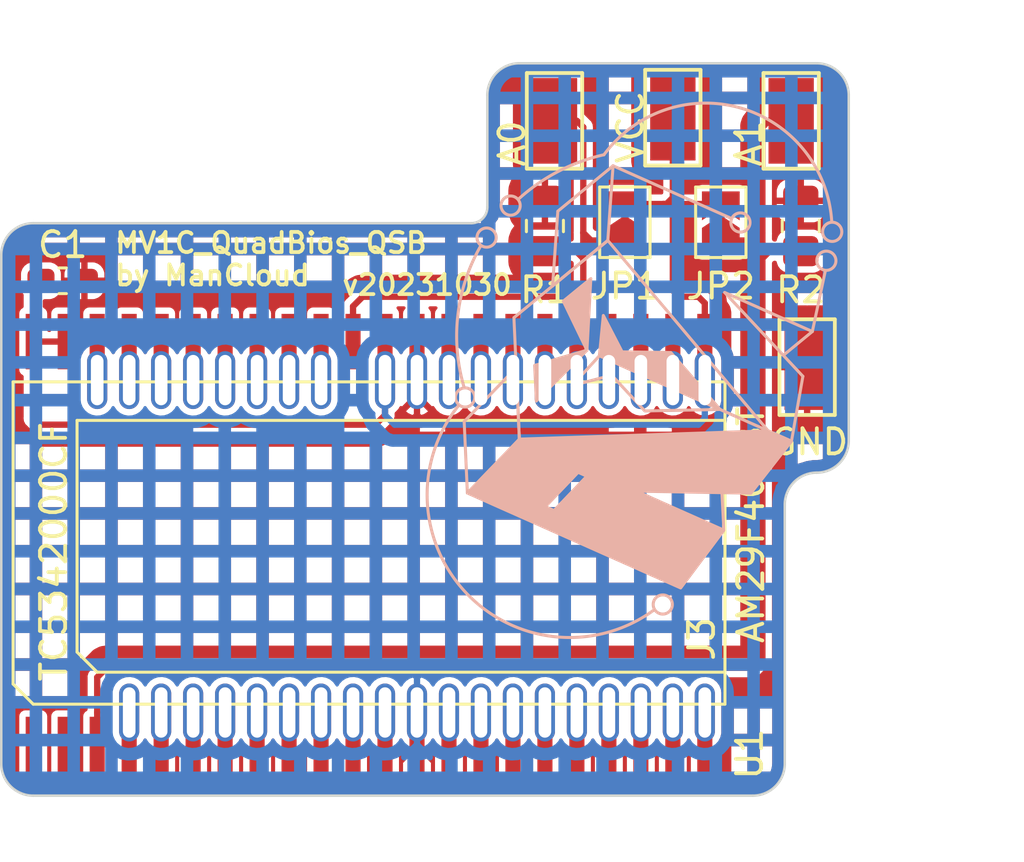
<source format=kicad_pcb>
(kicad_pcb (version 20221018) (generator pcbnew)
  (layers (0 "F.Cu" signal) (31 "B.Cu" signal) (34 "B.Paste" user) (35 "F.Paste" user) (36 "B.SilkS" user "B.Silkscreen") (37 "F.SilkS" user "F.Silkscreen") (38 "B.Mask" user) (39 "F.Mask" user) (44 "Edge.Cuts" user))
  (net 0 "")
  (net 2 "RY{slash}~{BY}")
  (net 3 "A17")
  (net 4 "A7")
  (net 5 "A6")
  (net 6 "A5")
  (net 7 "A4")
  (net 8 "A3")
  (net 9 "A2")
  (net 10 "A1")
  (net 11 "A0")
  (net 12 "~{EN}")
  (net 13 "GND")
  (net 14 "~{OE}")
  (net 15 "Q0")
  (net 16 "Q8")
  (net 17 "Q1")
  (net 18 "Q9")
  (net 19 "Q2")
  (net 20 "Q10")
  (net 21 "Q3")
  (net 22 "Q11")
  (net 23 "VCC")
  (net 24 "Q4")
  (net 25 "Q12")
  (net 26 "Q5")
  (net 27 "Q13")
  (net 28 "Q6")
  (net 29 "Q14")
  (net 30 "Q7")
  (net 31 "Q15")
  (net 32 "A16")
  (net 33 "A15")
  (net 34 "A14")
  (net 35 "A13")
  (net 36 "A12")
  (net 37 "A11")
  (net 38 "A10")
  (net 39 "A9")
  (net 40 "A8")
  (footprint "Jumper:SolderJumper-2_P1.3mm_Open_TrianglePad1.0x1.5mm" (layer "F.Cu") (at 106.595 88.413 90)
    (fp_text reference "JP2" (at -2.54 0 180) (layer "F.SilkS"))
    (fp_text value "0x|~{1x}")
    (fp_line (start -1.4 -1) (end 1.4 -1) (stroke (width 0.12)) (layer "F.SilkS"))
    (fp_line (start -1.4 1) (end -1.4 -1) (stroke (width 0.12)) (layer "F.SilkS"))
    (fp_line (start 1.4 -1) (end 1.4 1) (stroke (width 0.12)) (layer "F.SilkS"))
    (fp_line (start 1.4 1) (end -1.4 1) (stroke (width 0.12)) (layer "F.SilkS"))
    (pad "1" smd custom (at -0.725 0 90) (size 0.3 0.3) (layers "F.Cu" "F.Mask") (net 3 "A17") (options (clearance outline) (anchor rect)) (primitives (gr_poly (pts (xy 1 0) (xy 0.5 0.75) (xy -0.5 0.75) (xy -0.5 -0.75) (xy 0.5 -0.75)) (width 0) (fill yes))))
    (pad "2" smd custom (at 0.725 0 90) (size 0.3 0.3) (layers "F.Cu" "F.Mask") (net 23 "VCC") (options (clearance outline) (anchor rect)) (primitives (gr_poly (pts (xy 0.5 0.75) (xy -0.65 0.75) (xy -0.15 0) (xy -0.65 -0.75) (xy 0.5 -0.75)) (width 0) (fill yes))))
  )
  (footprint "TestPoint:TestPoint_Keystone_5015_Micro-Minature" (layer "F.Cu") (at 109.389 84.386 90)
    (fp_text reference "J2" hide)
    (fp_text value "Conn_01x01")
    (fp_line (start -1.9 -1.1) (end 1.9 -1.1) (stroke (width 0.15)) (layer "F.SilkS"))
    (fp_line (start -1.9 1.1) (end -1.9 -1.1) (stroke (width 0.15)) (layer "F.SilkS"))
    (fp_line (start 1.9 -1.1) (end 1.9 1.1) (stroke (width 0.15)) (layer "F.SilkS"))
    (fp_line (start 1.9 1.1) (end -1.9 1.1) (stroke (width 0.15)) (layer "F.SilkS"))
    (pad "1" smd rect (at 0 0 90) (size 3.4 1.8) (layers "F.Cu" "F.Paste" "F.Mask") (net 3 "A17"))
  )
  (footprint "TestPoint:TestPoint_Keystone_5015_Micro-Minature" (layer "F.Cu") (at 99.991 84.386 90)
    (fp_text reference "J1" hide)
    (fp_text value "Conn_01x01")
    (fp_line (start -1.9 -1.1) (end 1.9 -1.1) (stroke (width 0.15)) (layer "F.SilkS"))
    (fp_line (start -1.9 1.1) (end -1.9 -1.1) (stroke (width 0.15)) (layer "F.SilkS"))
    (fp_line (start 1.9 -1.1) (end 1.9 1.1) (stroke (width 0.15)) (layer "F.SilkS"))
    (fp_line (start 1.9 1.1) (end -1.9 1.1) (stroke (width 0.15)) (layer "F.SilkS"))
    (pad "1" smd rect (at 0 0 90) (size 3.4 1.8) (layers "F.Cu" "F.Paste" "F.Mask") (net 32 "A16"))
  )
  (footprint "TestPoint:TestPoint_Keystone_5015_Micro-Minature" (layer "F.Cu") (at 104.69 84.259 90)
    (fp_text reference "J4" hide)
    (fp_text value "Conn_01x01")
    (fp_line (start -1.9 -1.1) (end 1.9 -1.1) (stroke (width 0.15)) (layer "F.SilkS"))
    (fp_line (start -1.9 1.1) (end -1.9 -1.1) (stroke (width 0.15)) (layer "F.SilkS"))
    (fp_line (start 1.9 -1.1) (end 1.9 1.1) (stroke (width 0.15)) (layer "F.SilkS"))
    (fp_line (start 1.9 1.1) (end -1.9 1.1) (stroke (width 0.15)) (layer "F.SilkS"))
    (pad "1" smd rect (at 0 0 90) (size 3.4 1.8) (layers "F.Cu" "F.Paste" "F.Mask") (net 23 "VCC"))
  )
  (footprint "TestPoint:TestPoint_Keystone_5015_Micro-Minature" (layer "F.Cu") (at 110.024 94.165 90)
    (fp_text reference "J5" hide)
    (fp_text value "Conn_01x01")
    (fp_line (start -1.9 -1.1) (end 1.9 -1.1) (stroke (width 0.15)) (layer "F.SilkS"))
    (fp_line (start -1.9 1.1) (end -1.9 -1.1) (stroke (width 0.15)) (layer "F.SilkS"))
    (fp_line (start 1.9 -1.1) (end 1.9 1.1) (stroke (width 0.15)) (layer "F.SilkS"))
    (fp_line (start 1.9 1.1) (end -1.9 1.1) (stroke (width 0.15)) (layer "F.SilkS"))
    (pad "1" smd rect (at 0 0 90) (size 3.4 1.8) (layers "F.Cu" "F.Paste" "F.Mask") (net 13 "GND"))
  )
  (footprint "Jumper:SolderJumper-2_P1.3mm_Open_TrianglePad1.0x1.5mm" (layer "F.Cu") (at 102.785 88.413 90)
    (fp_text reference "JP1" (at -2.54 0 180) (layer "F.SilkS"))
    (fp_text value "x0|~{x1}")
    (fp_line (start -1.4 -1) (end 1.4 -1) (stroke (width 0.12)) (layer "F.SilkS"))
    (fp_line (start -1.4 1) (end -1.4 -1) (stroke (width 0.12)) (layer "F.SilkS"))
    (fp_line (start 1.4 -1) (end 1.4 1) (stroke (width 0.12)) (layer "F.SilkS"))
    (fp_line (start 1.4 1) (end -1.4 1) (stroke (width 0.12)) (layer "F.SilkS"))
    (pad "1" smd custom (at -0.725 0 90) (size 0.3 0.3) (layers "F.Cu" "F.Mask") (net 32 "A16") (options (clearance outline) (anchor rect)) (primitives (gr_poly (pts (xy 1 0) (xy 0.5 0.75) (xy -0.5 0.75) (xy -0.5 -0.75) (xy 0.5 -0.75)) (width 0) (fill yes))))
    (pad "2" smd custom (at 0.725 0 90) (size 0.3 0.3) (layers "F.Cu" "F.Mask") (net 23 "VCC") (options (clearance outline) (anchor rect)) (primitives (gr_poly (pts (xy 0.5 0.75) (xy -0.65 0.75) (xy -0.15 0) (xy -0.65 -0.75) (xy 0.5 -0.75)) (width 0) (fill yes))))
  )
  (footprint "Eigene:TSOP-40_26.0x10.0mm_P1.27mm_JIG" (layer "F.Cu") (at 93.895 101.281)
    (fp_text reference "J3" (at 11.938 3.679 -90) (layer "F.SilkS"))
    (fp_text value "TC5342000CF")
    (fp_line (start -12.865 -5) (end 12.865 -5) (stroke (width 0.12)) (layer "F.SilkS"))
    (fp_line (start -12.865 4.2) (end -12.865 -5) (stroke (width 0.12)) (layer "F.SilkS"))
    (fp_line (start -12.065 5) (end -12.865 4.2) (stroke (width 0.12)) (layer "F.SilkS"))
    (fp_line (start 12.865 -5) (end 12.865 5) (stroke (width 0.12)) (layer "F.SilkS"))
    (fp_line (start 12.865 5) (end -12.065 5) (stroke (width 0.12)) (layer "F.SilkS"))
    (pad "2" thru_hole oval (at -10.795 6.6) (size 0.8 2.3) (drill oval 0.5 2) (layers "*.Cu" "*.Mask") (net 4 "A7"))
    (pad "3" thru_hole oval (at -9.525 6.6) (size 0.8 2.3) (drill oval 0.5 2) (layers "*.Cu" "*.Mask") (net 5 "A6"))
    (pad "4" thru_hole oval (at -8.255 6.6) (size 0.8 2.3) (drill oval 0.5 2) (layers "*.Cu" "*.Mask") (net 6 "A5"))
    (pad "5" thru_hole oval (at -6.985 6.6) (size 0.8 2.3) (drill oval 0.5 2) (layers "*.Cu" "*.Mask") (net 7 "A4"))
    (pad "6" thru_hole oval (at -5.715 6.6) (size 0.8 2.3) (drill oval 0.5 2) (layers "*.Cu" "*.Mask") (net 8 "A3"))
    (pad "7" thru_hole oval (at -4.445 6.6) (size 0.8 2.3) (drill oval 0.5 2) (layers "*.Cu" "*.Mask") (net 9 "A2"))
    (pad "8" thru_hole oval (at -3.175 6.6) (size 0.8 2.3) (drill oval 0.5 2) (layers "*.Cu" "*.Mask") (net 10 "A1"))
    (pad "9" thru_hole oval (at -1.905 6.6) (size 0.8 2.3) (drill oval 0.5 2) (layers "*.Cu" "*.Mask") (net 11 "A0"))
    (pad "10" thru_hole oval (at -0.635 6.6) (size 0.8 2.3) (drill oval 0.5 2) (layers "*.Cu" "*.Mask") (net 12 "~{EN}"))
    (pad "11" thru_hole oval (at 0.635 6.6) (size 0.8 2.3) (drill oval 0.5 2) (layers "*.Cu" "*.Mask") (net 13 "GND"))
    (pad "12" thru_hole oval (at 1.905 6.6) (size 0.8 2.3) (drill oval 0.5 2) (layers "*.Cu" "*.Mask") (net 14 "~{OE}"))
    (pad "13" thru_hole oval (at 3.175 6.6) (size 0.8 2.3) (drill oval 0.5 2) (layers "*.Cu" "*.Mask") (net 15 "Q0"))
    (pad "14" thru_hole oval (at 4.445 6.6) (size 0.8 2.3) (drill oval 0.5 2) (layers "*.Cu" "*.Mask") (net 16 "Q8"))
    (pad "15" thru_hole oval (at 5.715 6.6) (size 0.8 2.3) (drill oval 0.5 2) (layers "*.Cu" "*.Mask") (net 17 "Q1"))
    (pad "16" thru_hole oval (at 6.985 6.6) (size 0.8 2.3) (drill oval 0.5 2) (layers "*.Cu" "*.Mask") (net 18 "Q9"))
    (pad "17" thru_hole oval (at 8.255 6.6) (size 0.8 2.3) (drill oval 0.5 2) (layers "*.Cu" "*.Mask") (net 19 "Q2"))
    (pad "18" thru_hole oval (at 9.525 6.6) (size 0.8 2.3) (drill oval 0.5 2) (layers "*.Cu" "*.Mask") (net 20 "Q10"))
    (pad "19" thru_hole oval (at 10.795 6.6) (size 0.8 2.3) (drill oval 0.5 2) (layers "*.Cu" "*.Mask") (net 21 "Q3"))
    (pad "20" thru_hole oval (at 12.065 6.6) (size 0.8 2.3) (drill oval 0.5 2) (layers "*.Cu" "*.Mask") (net 22 "Q11"))
    (pad "21" thru_hole oval (at 12.065 -6.6) (size 0.8 2.3) (drill oval 0.5 2) (layers "*.Cu" "*.Mask") (net 23 "VCC"))
    (pad "22" thru_hole oval (at 10.795 -6.6) (size 0.8 2.3) (drill oval 0.5 2) (layers "*.Cu" "*.Mask") (net 24 "Q4"))
    (pad "23" thru_hole oval (at 9.525 -6.6) (size 0.8 2.3) (drill oval 0.5 2) (layers "*.Cu" "*.Mask") (net 25 "Q12"))
    (pad "24" thru_hole oval (at 8.255 -6.6) (size 0.8 2.3) (drill oval 0.5 2) (layers "*.Cu" "*.Mask") (net 26 "Q5"))
    (pad "25" thru_hole oval (at 6.985 -6.6) (size 0.8 2.3) (drill oval 0.5 2) (layers "*.Cu" "*.Mask") (net 27 "Q13"))
    (pad "26" thru_hole oval (at 5.715 -6.6) (size 0.8 2.3) (drill oval 0.5 2) (layers "*.Cu" "*.Mask") (net 28 "Q6"))
    (pad "27" thru_hole oval (at 4.445 -6.6) (size 0.8 2.3) (drill oval 0.5 2) (layers "*.Cu" "*.Mask") (net 29 "Q14"))
    (pad "28" thru_hole oval (at 3.175 -6.6) (size 0.8 2.3) (drill oval 0.5 2) (layers "*.Cu" "*.Mask") (net 30 "Q7"))
    (pad "29" thru_hole oval (at 1.905 -6.6) (size 0.8 2.3) (drill oval 0.5 2) (layers "*.Cu" "*.Mask") (net 31 "Q15"))
    (pad "30" thru_hole oval (at 0.635 -6.6) (size 0.8 2.3) (drill oval 0.5 2) (layers "*.Cu" "*.Mask") (net 13 "GND"))
    (pad "31" thru_hole oval (at -0.635 -6.6) (size 0.8 2.3) (drill oval 0.5 2) (layers "*.Cu" "*.Mask") (net 23 "VCC"))
    (pad "33" thru_hole oval (at -3.175 -6.6) (size 0.8 2.3) (drill oval 0.5 2) (layers "*.Cu" "*.Mask") (net 33 "A15"))
    (pad "34" thru_hole oval (at -4.445 -6.6) (size 0.8 2.3) (drill oval 0.5 2) (layers "*.Cu" "*.Mask") (net 34 "A14"))
    (pad "35" thru_hole oval (at -5.715 -6.6) (size 0.8 2.3) (drill oval 0.5 2) (layers "*.Cu" "*.Mask") (net 35 "A13"))
    (pad "36" thru_hole oval (at -6.985 -6.6) (size 0.8 2.3) (drill oval 0.5 2) (layers "*.Cu" "*.Mask") (net 36 "A12"))
    (pad "37" thru_hole oval (at -8.255 -6.6) (size 0.8 2.3) (drill oval 0.5 2) (layers "*.Cu" "*.Mask") (net 37 "A11"))
    (pad "38" thru_hole oval (at -9.525 -6.6) (size 0.8 2.3) (drill oval 0.5 2) (layers "*.Cu" "*.Mask") (net 38 "A10"))
    (pad "39" thru_hole oval (at -10.795 -6.6) (size 0.8 2.3) (drill oval 0.5 2) (layers "*.Cu" "*.Mask") (net 39 "A9"))
    (pad "40" thru_hole oval (at -12.065 -6.6) (size 0.8 2.3) (drill oval 0.5 2) (layers "*.Cu" "*.Mask") (net 40 "A8"))
  )
  (footprint "Resistor_SMD:R_0805_2012Metric_Pad1.20x1.40mm_HandSolder" (layer "F.Cu") (at 109.77 88.561 90)
    (fp_text reference "R2" (at -2.54 0 180) (layer "F.SilkS"))
    (fp_text value "10k")
    (fp_line (start -0.227064 -0.735) (end 0.227064 -0.735) (stroke (width 0.12)) (layer "F.SilkS"))
    (fp_line (start -0.227064 0.735) (end 0.227064 0.735) (stroke (width 0.12)) (layer "F.SilkS"))
    (pad "1" smd roundrect (at -1 0 90) (size 1.2 1.4) (layers "F.Cu" "F.Paste" "F.Mask") (roundrect_rratio 0.2083333333) (net 3 "A17"))
    (pad "2" smd roundrect (at 1 0 90) (size 1.2 1.4) (layers "F.Cu" "F.Paste" "F.Mask") (roundrect_rratio 0.2083333333) (net 13 "GND"))
  )
  (footprint "Resistor_SMD:R_0805_2012Metric_Pad1.20x1.40mm_HandSolder" (layer "F.Cu") (at 99.61 88.561 90)
    (fp_text reference "R1" (at -2.54 0 180) (layer "F.SilkS"))
    (fp_text value "10k")
    (fp_line (start -0.227064 -0.735) (end 0.227064 -0.735) (stroke (width 0.12)) (layer "F.SilkS"))
    (fp_line (start -0.227064 0.735) (end 0.227064 0.735) (stroke (width 0.12)) (layer "F.SilkS"))
    (pad "1" smd roundrect (at -1 0 90) (size 1.2 1.4) (layers "F.Cu" "F.Paste" "F.Mask") (roundrect_rratio 0.2083333333) (net 32 "A16"))
    (pad "2" smd roundrect (at 1 0 90) (size 1.2 1.4) (layers "F.Cu" "F.Paste" "F.Mask") (roundrect_rratio 0.2083333333) (net 13 "GND"))
  )
  (footprint "Capacitor_SMD:C_0603_1608Metric_Pad1.08x0.95mm_HandSolder" (layer "F.Cu") (at 80.4595 90.736)
    (fp_text reference "C1" (at 0 -1.43) (layer "F.SilkS"))
    (fp_text value "0.1u")
    (fp_line (start -0.146267 -0.51) (end 0.146267 -0.51) (stroke (width 0.12)) (layer "F.SilkS"))
    (fp_line (start -0.146267 0.51) (end 0.146267 0.51) (stroke (width 0.12)) (layer "F.SilkS"))
    (pad "1" smd roundrect (at -0.8625 0) (size 1.075 0.95) (layers "F.Cu" "F.Paste" "F.Mask") (net 23 "VCC"))
    (pad "2" smd roundrect (at 0.8625 0) (size 1.075 0.95) (layers "F.Cu" "F.Paste" "F.Mask") (net 13 "GND"))
  )
  (footprint "Eigene:SO-44_P1.27" (layer "F.Cu") (at 92.588 101.072)
    (fp_text reference "U1" (at 15.15 8.46 90 unlocked) (layer "F.SilkS"))
    (fp_text value "AM29F400BT")
    (fp_line (start -14.098 -6.321) (end 14.172 -6.321) (stroke (width 0.12)) (layer "F.SilkS"))
    (fp_line (start -14.098 5.679) (end -14.098 -6.321) (stroke (width 0.12)) (layer "F.SilkS"))
    (fp_line (start -13.298 6.479) (end -14.098 5.679) (stroke (width 0.12)) (layer "F.SilkS"))
    (fp_line (start 14.172 -6.321) (end 14.172 6.479) (stroke (width 0.12)) (layer "F.SilkS"))
    (fp_line (start 14.172 6.479) (end -13.298 6.479) (stroke (width 0.12)) (layer "F.SilkS"))
    (pad "1" smd rect (at -13.298 8.079) (size 0.6 2.2) (layers "F.Cu" "F.Paste" "F.Mask"))
    (pad "2" smd rect (at -12.028 8.079) (size 0.6 2.2) (layers "F.Cu" "F.Paste" "F.Mask") (net 2 "RY{slash}~{BY}"))
    (pad "3" smd rect (at -10.758 8.079) (size 0.6 2.2) (layers "F.Cu" "F.Paste" "F.Mask") (net 3 "A17"))
    (pad "4" smd rect (at -9.488 8.079) (size 0.6 2.2) (layers "F.Cu" "F.Paste" "F.Mask") (net 4 "A7"))
    (pad "5" smd rect (at -8.218 8.079) (size 0.6 2.2) (layers "F.Cu" "F.Paste" "F.Mask") (net 5 "A6"))
    (pad "6" smd rect (at -6.948 8.079) (size 0.6 2.2) (layers "F.Cu" "F.Paste" "F.Mask") (net 6 "A5"))
    (pad "7" smd rect (at -5.678 8.079) (size 0.6 2.2) (layers "F.Cu" "F.Paste" "F.Mask") (net 7 "A4"))
    (pad "8" smd rect (at -4.408 8.079) (size 0.6 2.2) (layers "F.Cu" "F.Paste" "F.Mask") (net 8 "A3"))
    (pad "9" smd rect (at -3.138 8.079) (size 0.6 2.2) (layers "F.Cu" "F.Paste" "F.Mask") (net 9 "A2"))
    (pad "10" smd rect (at -1.868 8.079) (size 0.6 2.2) (layers "F.Cu" "F.Paste" "F.Mask") (net 10 "A1"))
    (pad "11" smd rect (at -0.598 8.079) (size 0.6 2.2) (layers "F.Cu" "F.Paste" "F.Mask") (net 11 "A0"))
    (pad "12" smd rect (at 0.672 8.079) (size 0.6 2.2) (layers "F.Cu" "F.Paste" "F.Mask") (net 12 "~{EN}"))
    (pad "13" smd rect (at 1.942 8.079) (size 0.6 2.2) (layers "F.Cu" "F.Paste" "F.Mask") (net 13 "GND"))
    (pad "14" smd rect (at 3.212 8.079) (size 0.6 2.2) (layers "F.Cu" "F.Paste" "F.Mask") (net 14 "~{OE}"))
    (pad "15" smd rect (at 4.482 8.079) (size 0.6 2.2) (layers "F.Cu" "F.Paste" "F.Mask") (net 15 "Q0"))
    (pad "16" smd rect (at 5.752 8.079) (size 0.6 2.2) (layers "F.Cu" "F.Paste" "F.Mask") (net 16 "Q8"))
    (pad "17" smd rect (at 7.022 8.079) (size 0.6 2.2) (layers "F.Cu" "F.Paste" "F.Mask") (net 17 "Q1"))
    (pad "18" smd rect (at 8.292 8.079) (size 0.6 2.2) (layers "F.Cu" "F.Paste" "F.Mask") (net 18 "Q9"))
    (pad "19" smd rect (at 9.562 8.079) (size 0.6 2.2) (layers "F.Cu" "F.Paste" "F.Mask") (net 19 "Q2"))
    (pad "20" smd rect (at 10.832 8.079) (size 0.6 2.2) (layers "F.Cu" "F.Paste" "F.Mask") (net 20 "Q10"))
    (pad "21" smd rect (at 12.102 8.079) (size 0.6 2.2) (layers "F.Cu" "F.Paste" "F.Mask") (net 21 "Q3"))
    (pad "22" smd rect (at 13.372 8.079) (size 0.6 2.2) (layers "F.Cu" "F.Paste" "F.Mask") (net 22 "Q11"))
    (pad "23" smd rect (at 13.372 -7.921) (size 0.6 2.2) (layers "F.Cu" "F.Paste" "F.Mask") (net 23 "VCC"))
    (pad "24" smd rect (at 12.102 -7.921) (size 0.6 2.2) (layers "F.Cu" "F.Paste" "F.Mask") (net 24 "Q4"))
    (pad "25" smd rect (at 10.832 -7.921) (size 0.6 2.2) (layers "F.Cu" "F.Paste" "F.Mask") (net 25 "Q12"))
    (pad "26" smd rect (at 9.562 -7.921) (size 0.6 2.2) (layers "F.Cu" "F.Paste" "F.Mask") (net 26 "Q5"))
    (pad "27" smd rect (at 8.292 -7.921) (size 0.6 2.2) (layers "F.Cu" "F.Paste" "F.Mask") (net 27 "Q13"))
    (pad "28" smd rect (at 7.022 -7.921) (size 0.6 2.2) (layers "F.Cu" "F.Paste" "F.Mask") (net 28 "Q6"))
    (pad "29" smd rect (at 5.752 -7.921) (size 0.6 2.2) (layers "F.Cu" "F.Paste" "F.Mask") (net 29 "Q14"))
    (pad "30" smd rect (at 4.482 -7.921) (size 0.6 2.2) (layers "F.Cu" "F.Paste" "F.Mask") (net 30 "Q7"))
    (pad "31" smd rect (at 3.212 -7.921) (size 0.6 2.2) (layers "F.Cu" "F.Paste" "F.Mask") (net 31 "Q15"))
    (pad "32" smd rect (at 1.942 -7.921) (size 0.6 2.2) (layers "F.Cu" "F.Paste" "F.Mask") (net 13 "GND"))
    (pad "33" smd rect (at 0.672 -7.921) (size 0.6 2.2) (layers "F.Cu" "F.Paste" "F.Mask") (net 23 "VCC"))
    (pad "34" smd rect (at -0.598 -7.921) (size 0.6 2.2) (layers "F.Cu" "F.Paste" "F.Mask") (net 32 "A16"))
    (pad "35" smd rect (at -1.868 -7.921) (size 0.6 2.2) (layers "F.Cu" "F.Paste" "F.Mask") (net 33 "A15"))
    (pad "36" smd rect (at -3.138 -7.921) (size 0.6 2.2) (layers "F.Cu" "F.Paste" "F.Mask") (net 34 "A14"))
    (pad "37" smd rect (at -4.408 -7.921) (size 0.6 2.2) (layers "F.Cu" "F.Paste" "F.Mask") (net 35 "A13"))
    (pad "38" smd rect (at -5.678 -7.921) (size 0.6 2.2) (layers "F.Cu" "F.Paste" "F.Mask") (net 36 "A12"))
    (pad "39" smd rect (at -6.948 -7.921) (size 0.6 2.2) (layers "F.Cu" "F.Paste" "F.Mask") (net 37 "A11"))
    (pad "40" smd rect (at -8.218 -7.921) (size 0.6 2.2) (layers "F.Cu" "F.Paste" "F.Mask") (net 38 "A10"))
    (pad "41" smd rect (at -9.488 -7.921) (size 0.6 2.2) (layers "F.Cu" "F.Paste" "F.Mask") (net 39 "A9"))
    (pad "42" smd rect (at -10.758 -7.921) (size 0.6 2.2) (layers "F.Cu" "F.Paste" "F.Mask") (net 40 "A8"))
    (pad "43" smd rect (at -12.028 -7.921) (size 0.6 2.2) (layers "F.Cu" "F.Paste" "F.Mask") (net 23 "VCC"))
    (pad "44" smd rect (at -13.298 -7.921) (size 0.6 2.2) (layers "F.Cu" "F.Paste" "F.Mask") (net 23 "VCC"))
  )
  (footprint "Eigene:ManCloud_v2b_22mm" (layer "B.Cu") (at 102.440027 94.009978 -114)
    (fp_text reference "U2" hide)
    (fp_text value "by ManCloud")
    (fp_line (start -7.112 -1.778) (end -7.112 3.302) (stroke (width 0.12)) (layer "B.SilkS"))
    (fp_line (start -7.112 3.302) (end -4.572 4.572) (stroke (width 0.12)) (layer "B.SilkS"))
    (fp_line (start -7.112 3.302) (end -4.318 2.286) (stroke (width 0.12)) (layer "B.SilkS"))
    (fp_line (start -4.572 4.572) (end -1.778 3.556) (stroke (width 0.12)) (layer "B.SilkS"))
    (fp_line (start -4.318 -6.604) (end -6.731 -6.096) (stroke (width 0.12)) (layer "B.SilkS"))
    (fp_line (start -4.318 -6.604) (end -2.9972 -5.9436) (stroke (width 0.12)) (layer "B.SilkS"))
    (fp_line (start -4.318 -2.794) (end -4.318 -6.604) (stroke (width 0.12)) (layer "B.SilkS"))
    (fp_line (start -4.318 2.286) (end -1.778 3.556) (stroke (width 0.12)) (layer "B.SilkS"))
    (fp_line (start -4.318 2.286) (end 0 4.445) (stroke (width 0.12)) (layer "B.SilkS"))
    (fp_line (start -2.54 -6.985) (end -4.318 -2.794) (stroke (width 0.12)) (layer "B.SilkS"))
    (fp_line (start -2.54 -6.985) (end 0 -7.62) (stroke (width 0.12)) (layer "B.SilkS"))
    (fp_line (start 0 -7.62) (end 0 -6.604) (stroke (width 0.12)) (layer "B.SilkS"))
    (fp_line (start 0 -6.604) (end -4.318 2.286) (stroke (width 0.12)) (layer "B.SilkS"))
    (fp_line (start 0 -0.127) (end 0 -6.604) (stroke (width 0.12)) (layer "B.SilkS"))
    (fp_line (start 4.318 -6.604) (end 3.0226 -5.9436) (stroke (width 0.12)) (layer "B.SilkS"))
    (fp_line (start 4.318 2.286) (end 0 4.445) (stroke (width 0.12)) (layer "B.SilkS"))
    (fp_line (start 4.318 2.286) (end 1.778 3.556) (stroke (width 0.12)) (layer "B.SilkS"))
    (fp_line (start 4.572 4.572) (end 1.778 3.556) (stroke (width 0.12)) (layer "B.SilkS"))
    (fp_line (start 7.112 3.302) (end 4.572 4.572) (stroke (width 0.12)) (layer "B.SilkS"))
    (fp_arc (start -7.366 3.81) (mid -11.272436 -0.426311) (end -8.6106 -5.5372) (stroke (width 0.12)) (layer "B.SilkS"))
    (fp_arc (start -4.3688 6.1976) (mid -6.022479 5.198474) (end -7.366 3.81) (stroke (width 0.12)) (layer "B.SilkS"))
    (fp_arc (start 3.3274 5.1308) (mid 0.794896 6.526013) (end -2.0828 6.8072) (stroke (width 0.12)) (layer "B.SilkS"))
    (fp_arc (start 8.382 -5.334) (mid 10.754976 1.735924) (end 4.064 5.0292) (stroke (width 0.12)) (layer "B.SilkS"))
    (fp_circle (center -8.255 -5.715) (end -8.255 -6.096) (stroke (width 0.12)) (fill none) (layer "B.SilkS"))
    (fp_circle (center -7.112 -5.969) (end -7.112 -6.35) (stroke (width 0.12)) (fill none) (layer "B.SilkS"))
    (fp_circle (center -7.112 -2.2352) (end -7.112 -2.6162) (stroke (width 0.12)) (fill none) (layer "B.SilkS"))
    (fp_circle (center -4.0132 6.3754) (end -4.0132 5.9944) (stroke (width 0.12)) (fill none) (layer "B.SilkS"))
    (fp_circle (center -2.4638 6.731) (end -2.4638 6.35) (stroke (width 0.12)) (fill none) (layer "B.SilkS"))
    (fp_circle (center 3.683 4.9276) (end 3.683 4.5466) (stroke (width 0.12)) (fill none) (layer "B.SilkS"))
    (fp_circle (center 8.001 -5.588) (end 8.001 -5.969) (stroke (width 0.12)) (fill none) (layer "B.SilkS"))
    (fp_poly (pts (xy -2.658208 2.286) (xy 0 1.27) (xy -1.397 2.921)) (stroke (width 0.12)) (fill solid) (layer "B.SilkS"))
    (fp_poly (pts (xy 2.658208 2.286) (xy 0 1.27) (xy 1.397 2.921)) (stroke (width 0.12)) (fill solid) (layer "B.SilkS"))
    (fp_poly (pts (xy -0.508 -0.032845) (xy -1.27 -1.810845) (xy 0 -4.515945) (xy 0 0.729155) (xy -1.524 1.237155)) (stroke (width 0.12)) (fill solid) (layer "B.SilkS"))
    (fp_poly (pts (xy 0.508 -0.032845) (xy 1.27 -1.810845) (xy 0 -4.515945) (xy 0 0.729155) (xy 1.524 1.237155)) (stroke (width 0.12)) (fill none) (layer "B.SilkS"))
    (fp_poly (pts (xy 7.112 -1.27) (xy 6.35 -0.127) (xy 6.35 0.254) (xy 4.572 -0.381) (xy 4.572 -0.762) (xy 6.35 -0.127) (xy 7.112 -1.27) (xy 7.112 -5.969) (xy 4.318 -6.604) (xy 4.318 -2.794) (xy 2.54 -6.985) (xy 0 -7.62) (xy 0 -6.604) (xy 4.318 2.286) (xy 7.112 3.302)) (stroke (width 0.12)) (fill solid) (layer "B.SilkS"))
  )
  (gr_line (start 111.675 97.086) (end 111.675 83.37) (stroke (width 0.1)) (layer "Edge.Cuts"))
  (gr_arc (start 111.675 97.086) (mid 111.303026 97.984026) (end 110.405 98.356) (stroke (width 0.1)) (layer "Edge.Cuts"))
  (gr_line (start 79.29 111.183) (end 107.865 111.183) (stroke (width 0.1)) (layer "Edge.Cuts"))
  (gr_arc (start 97.324 83.37) (mid 97.695974 82.471974) (end 98.594 82.1) (stroke (width 0.1)) (layer "Edge.Cuts"))
  (gr_line (start 97.324 83.37) (end 97.324 87.815) (stroke (width 0.1)) (layer "Edge.Cuts"))
  (gr_arc (start 79.29 111.183) (mid 78.391974 110.811026) (end 78.02 109.913) (stroke (width 0.1)) (layer "Edge.Cuts"))
  (gr_arc (start 109.135 99.626) (mid 109.506974 98.727974) (end 110.405 98.356) (stroke (width 0.1)) (layer "Edge.Cuts"))
  (gr_arc (start 109.135 109.913) (mid 108.763026 110.811026) (end 107.865 111.183) (stroke (width 0.1)) (layer "Edge.Cuts"))
  (gr_arc (start 110.405 82.1) (mid 111.303026 82.471974) (end 111.675 83.37) (stroke (width 0.1)) (layer "Edge.Cuts"))
  (gr_line (start 78.02 109.913) (end 78.02 89.72) (stroke (width 0.1)) (layer "Edge.Cuts"))
  (gr_line (start 96.689 88.45) (end 79.29 88.45) (stroke (width 0.1)) (layer "Edge.Cuts"))
  (gr_arc (start 97.324 87.815) (mid 97.138013 88.264013) (end 96.689 88.45) (stroke (width 0.1)) (layer "Edge.Cuts"))
  (gr_line (start 109.135 99.626) (end 109.135 109.913) (stroke (width 0.1)) (layer "Edge.Cuts"))
  (gr_line (start 110.405 82.1) (end 98.594 82.1) (stroke (width 0.1)) (layer "Edge.Cuts"))
  (gr_line (start 111.675 88.45) (end 111.675 88.45) (stroke (width 0.1)) (layer "Edge.Cuts"))
  (gr_arc (start 78.02 89.72) (mid 78.391974 88.821974) (end 79.29 88.45) (stroke (width 0.1)) (layer "Edge.Cuts"))
  (gr_text "A1" (at 108.289 86.286 90) (layer "F.SilkS") (effects (font (size 1 1)) (justify left bottom)))
  (gr_text "AM29F400BT" (at 108.373 105.214 90) (layer "F.SilkS") (effects (font (size 1 1)) (justify left bottom)))
  (gr_text "v20231030" (at 91.482 91.371) (layer "F.SilkS") (effects (font (size 0.8 0.8)) (justify left bottom)))
  (gr_text "VCC" (at 103.59 86.159 90) (layer "F.SilkS") (effects (font (size 1 1)) (justify left bottom)))
  (gr_text "A0" (at 98.891 86.286 90) (layer "F.SilkS") (effects (font (size 1 1)) (justify left bottom)))
  (gr_text "GND" (at 108.5 97.721) (layer "F.SilkS") (effects (font (size 1 1)) (justify left bottom)))
  (gr_text "MV1C_QuadBios_QSB\nby ManCloud" (at 82.465 90.99) (layer "F.SilkS") (effects (font (size 0.8 0.8)) (justify left bottom)))
  (gr_text "TC5342000CF" (at 80.687 106.738 90) (layer "F.SilkS") (effects (font (size 1 1)) (justify left bottom)))
  (segment (start 108.246 105.722) (end 108.246 89.847) (width 0.25) (layer "F.Cu") (net 3))
  (segment (start 81.83 107.881) (end 81.83 109.151) (width 0.25) (layer "F.Cu") (net 3))
  (segment (start 107.9815 89.138) (end 107.9815 89.0955) (width 0.25) (layer "F.Cu") (net 3))
  (segment (start 109.389 84.386) (end 108.5 84.386) (width 0.25) (layer "F.Cu") (net 3))
  (segment (start 108.246 89.847) (end 108.246 89.593) (width 0.25) (layer "F.Cu") (net 3))
  (segment (start 82.211 106.103) (end 107.865 106.103) (width 0.25) (layer "F.Cu") (net 3))
  (segment (start 109.77 89.561) (end 108.595 89.561) (width 0.25) (layer "F.Cu") (net 3))
  (segment (start 108.246 89.2755) (end 108.246 89.212) (width 0.25) (layer "F.Cu") (net 3))
  (segment (start 108.246 89.593) (end 108.246 89.212) (width 0.25) (layer "F.Cu") (net 3))
  (segment (start 108.595 89.561) (end 108.5315 89.561) (width 0.25) (layer "F.Cu") (net 3))
  (segment (start 107.9815 89.138) (end 108.246 89.4025) (width 0.25) (layer "F.Cu") (net 3))
  (segment (start 108.246 89.212) (end 108.246 88.831) (width 0.25) (layer "F.Cu") (net 3))
  (segment (start 108.5315 89.561) (end 108.246 89.2755) (width 0.25) (layer "F.Cu") (net 3))
  (segment (start 107.865 106.103) (end 108.246 105.722) (width 0.25) (layer "F.Cu") (net 3))
  (segment (start 108.5 84.386) (end 108.246 84.64) (width 0.25) (layer "F.Cu") (net 3))
  (segment (start 108.595 89.561) (end 108.532 89.561) (width 0.25) (layer "F.Cu") (net 3))
  (segment (start 81.83 106.484) (end 82.211 106.103) (width 0.25) (layer "F.Cu") (net 3))
  (segment (start 108.246 84.64) (end 108.246 88.831) (width 0.25) (layer "F.Cu") (net 3))
  (segment (start 106.595 89.138) (end 107.9815 89.138) (width 0.25) (layer "F.Cu") (net 3))
  (segment (start 107.9815 89.0955) (end 108.246 88.831) (width 0.25) (layer "F.Cu") (net 3))
  (segment (start 81.83 107.881) (end 81.83 106.484) (width 0.25) (layer "F.Cu") (net 3))
  (segment (start 108.246 89.4025) (end 108.246 89.593) (width 0.25) (layer "F.Cu") (net 3))
  (segment (start 108.532 89.561) (end 108.246 89.847) (width 0.25) (layer "F.Cu") (net 3))
  (segment (start 83.1 107.881) (end 83.1 109.151) (width 0.25) (layer "F.Cu") (net 4))
  (segment (start 84.37 107.881) (end 84.37 109.151) (width 0.25) (layer "F.Cu") (net 5))
  (segment (start 85.64 107.881) (end 85.64 109.151) (width 0.25) (layer "F.Cu") (net 6))
  (segment (start 86.91 107.881) (end 86.91 109.151) (width 0.25) (layer "F.Cu") (net 7))
  (segment (start 88.18 107.881) (end 88.18 109.151) (width 0.25) (layer "F.Cu") (net 8))
  (segment (start 89.45 107.881) (end 89.45 109.151) (width 0.25) (layer "F.Cu") (net 9))
  (segment (start 90.72 107.881) (end 90.72 109.151) (width 0.25) (layer "F.Cu") (net 10))
  (segment (start 91.99 107.881) (end 91.99 109.151) (width 0.25) (layer "F.Cu") (net 11))
  (segment (start 93.26 107.881) (end 93.26 109.151) (width 0.25) (layer "F.Cu") (net 12))
  (segment (start 94.53 109.151) (end 94.53 110.802) (width 0.25) (layer "F.Cu") (net 13))
  (segment (start 94.53 94.681) (end 94.53 96.07) (width 0.25) (layer "F.Cu") (net 13))
  (segment (start 94.53 96.07) (end 94.784 96.324) (width 0.25) (layer "F.Cu") (net 13))
  (segment (start 94.53 95.308) (end 93.895 95.943) (width 0.25) (layer "F.Cu") (net 13))
  (segment (start 94.53 94.681) (end 94.53 95.308) (width 0.25) (layer "F.Cu") (net 13))
  (segment (start 94.53 95.308) (end 95.165 95.943) (width 0.25) (layer "F.Cu") (net 13))
  (segment (start 94.53 96.07) (end 94.276 96.324) (width 0.25) (layer "F.Cu") (net 13))
  (segment (start 94.53 107.881) (end 94.53 109.151) (width 0.25) (layer "F.Cu") (net 13))
  (segment (start 94.53 94.681) (end 94.53 93.151) (width 0.25) (layer "F.Cu") (net 13))
  (segment (start 94.53 93.149) (end 94.657 93.022) (width 0.25) (layer "B.Cu") (net 13))
  (segment (start 94.403 93.022) (end 94.149 93.022) (width 0.25) (layer "B.Cu") (net 13))
  (segment (start 94.53 106.484) (end 94.911 106.103) (width 0.25) (layer "B.Cu") (net 13))
  (segment (start 94.53 106.484) (end 94.149 106.103) (width 0.25) (layer "B.Cu") (net 13))
  (segment (start 94.53 109.151) (end 95.038 109.659) (width 0.25) (layer "B.Cu") (net 13))
  (segment (start 94.53 107.881) (end 94.53 109.151) (width 0.25) (layer "B.Cu") (net 13))
  (segment (start 94.53 109.151) (end 94.022 109.659) (width 0.25) (layer "B.Cu") (net 13))
  (segment (start 94.53 107.881) (end 94.53 106.484) (width 0.25) (layer "B.Cu") (net 13))
  (segment (start 94.53 93.149) (end 94.403 93.022) (width 0.25) (layer "B.Cu") (net 13))
  (segment (start 94.53 94.681) (end 94.53 93.149) (width 0.25) (layer "B.Cu") (net 13))
  (segment (start 94.657 93.022) (end 94.911 93.022) (width 0.25) (layer "B.Cu") (net 13))
  (segment (start 95.8 107.881) (end 95.8 109.151) (width 0.25) (layer "F.Cu") (net 14))
  (segment (start 97.07 107.881) (end 97.07 109.151) (width 0.25) (layer "F.Cu") (net 15))
  (segment (start 98.34 107.881) (end 98.34 109.151) (width 0.25) (layer "F.Cu") (net 16))
  (segment (start 99.61 107.881) (end 99.61 109.151) (width 0.25) (layer "F.Cu") (net 17))
  (segment (start 100.88 107.881) (end 100.88 109.151) (width 0.25) (layer "F.Cu") (net 18))
  (segment (start 102.15 107.881) (end 102.15 109.151) (width 0.25) (layer "F.Cu") (net 19))
  (segment (start 103.42 107.881) (end 103.42 109.151) (width 0.25) (layer "F.Cu") (net 20))
  (segment (start 104.69 107.881) (end 104.69 109.151) (width 0.25) (layer "F.Cu") (net 21))
  (segment (start 105.96 107.881) (end 105.96 109.151) (width 0.25) (layer "F.Cu") (net 22))
  (segment (start 104.436 87.688) (end 104.69 87.434) (width 0.25) (layer "F.Cu") (net 23))
  (segment (start 79.29 93.151) (end 79.29 91.043) (width 0.25) (layer "F.Cu") (net 23))
  (segment (start 104.69 84.259) (end 104.69 87.434) (width 0.25) (layer "F.Cu") (net 23))
  (segment (start 93.26 94.681) (end 93.26 93.151) (width 0.25) (layer "F.Cu") (net 23))
  (segment (start 92.879 96.451) (end 93.26 96.07) (width 0.25) (layer "F.Cu") (net 23))
  (segment (start 104.944 91.371) (end 105.706 91.371) (width 0.25) (layer "F.Cu") (net 23))
  (segment (start 104.69 87.942) (end 104.944 87.688) (width 0.25) (layer "F.Cu") (net 23))
  (segment (start 104.944 87.688) (end 105.071 87.688) (width 0.25) (layer "F.Cu") (net 23))
  (segment (start 105.071 87.688) (end 104.309 87.688) (width 0.25) (layer "F.Cu") (net 23))
  (segment (start 104.69 91.117) (end 104.944 91.371) (width 0.25) (layer "F.Cu") (net 23))
  (segment (start 105.96 94.681) (end 105.96 93.151) (width 0.25) (layer "F.Cu") (net 23))
  (segment (start 93.26 96.07) (end 93.26 94.681) (width 0.25) (layer "F.Cu") (net 23))
  (segment (start 104.69 87.434) (end 104.944 87.688) (width 0.25) (layer "F.Cu") (net 23))
  (segment (start 104.69 87.942) (end 104.69 91.117) (width 0.25) (layer "F.Cu") (net 23))
  (segment (start 105.706 91.371) (end 105.96 91.625) (width 0.25) (layer "F.Cu") (net 23))
  (segment (start 104.69 87.434) (end 104.69 87.942) (width 0.25) (layer "F.Cu") (net 23))
  (segment (start 105.96 91.625) (end 105.96 93.151) (width 0.25) (layer "F.Cu") (net 23))
  (segment (start 79.29 96.197) (end 79.29 93.151) (width 0.25) (layer "F.Cu") (net 23))
  (segment (start 79.544 96.451) (end 92.879 96.451) (width 0.25) (layer "F.Cu") (net 23))
  (segment (start 104.309 87.688) (end 104.436 87.688) (width 0.25) (layer "F.Cu") (net 23))
  (segment (start 106.595 87.688) (end 105.071 87.688) (width 0.25) (layer "F.Cu") (net 23))
  (segment (start 104.436 87.688) (end 104.69 87.942) (width 0.25) (layer "F.Cu") (net 23))
  (segment (start 79.29 93.151) (end 80.56 93.151) (width 0.25) (layer "F.Cu") (net 23))
  (segment (start 79.544 96.451) (end 79.29 96.197) (width 0.25) (layer "F.Cu") (net 23))
  (segment (start 104.309 87.688) (end 102.785 87.688) (width 0.25) (layer "F.Cu") (net 23))
  (segment (start 79.29 91.043) (end 79.597 90.736) (width 0.25) (layer "F.Cu") (net 23))
  (segment (start 93.26 96.07) (end 93.641 96.451) (width 0.25) (layer "B.Cu") (net 23))
  (segment (start 93.641 96.451) (end 105.706 96.451) (width 0.25) (layer "B.Cu") (net 23))
  (segment (start 93.26 94.681) (end 93.26 96.07) (width 0.25) (layer "B.Cu") (net 23))
  (segment (start 105.96 96.197) (end 105.96 94.681) (width 0.25) (layer "B.Cu") (net 23))
  (segment (start 105.706 96.451) (end 105.96 96.197) (width 0.25) (layer "B.Cu") (net 23))
  (segment (start 104.69 94.681) (end 104.69 93.151) (width 0.25) (layer "F.Cu") (net 24))
  (segment (start 103.42 94.681) (end 103.42 93.151) (width 0.25) (layer "F.Cu") (net 25))
  (segment (start 102.15 94.681) (end 102.15 93.151) (width 0.25) (layer "F.Cu") (net 26))
  (segment (start 100.88 94.681) (end 100.88 93.151) (width 0.25) (layer "F.Cu") (net 27))
  (segment (start 99.61 94.681) (end 99.61 93.151) (width 0.25) (layer "F.Cu") (net 28))
  (segment (start 98.34 94.681) (end 98.34 93.151) (width 0.25) (layer "F.Cu") (net 29))
  (segment (start 97.07 94.681) (end 97.07 93.151) (width 0.25) (layer "F.Cu") (net 30))
  (segment (start 95.8 94.681) (end 95.8 93.151) (width 0.25) (layer "F.Cu") (net 31))
  (segment (start 101.134 89.445) (end 101.134 89.466) (width 0.25) (layer "F.Cu") (net 32))
  (segment (start 101.134 84.64) (end 101.134 88.831) (width 0.25) (layer "F.Cu") (net 32))
  (segment (start 99.61 89.561) (end 100.848 89.561) (width 0.25) (layer "F.Cu") (net 32))
  (segment (start 99.991 84.386) (end 100.88 84.386) (width 0.25) (layer "F.Cu") (net 32))
  (segment (start 102.785 89.138) (end 101.441 89.138) (width 0.25) (layer "F.Cu") (net 32))
  (segment (start 100.88 84.386) (end 101.134 84.64) (width 0.25) (layer "F.Cu") (net 32))
  (segment (start 101.134 89.466) (end 101.134 89.339) (width 0.25) (layer "F.Cu") (net 32))
  (segment (start 101.134 89.847) (end 101.134 89.466) (width 0.25) (layer "F.Cu") (net 32))
  (segment (start 101.134 90.99) (end 101.134 89.847) (width 0.25) (layer "F.Cu") (net 32))
  (segment (start 101.441 89.138) (end 101.134 88.831) (width 0.25) (layer "F.Cu") (net 32))
  (segment (start 101.134 89.339) (end 101.134 88.831) (width 0.25) (layer "F.Cu") (net 32))
  (segment (start 100.753 91.371) (end 92.371 91.371) (width 0.25) (layer "F.Cu") (net 32))
  (segment (start 92.371 91.371) (end 91.99 91.752) (width 0.25) (layer "F.Cu") (net 32))
  (segment (start 101.134 89.275) (end 101.134 89.339) (width 0.25) (layer "F.Cu") (net 32))
  (segment (start 100.848 89.561) (end 101.134 89.847) (width 0.25) (layer "F.Cu") (net 32))
  (segment (start 91.99 91.752) (end 91.99 93.151) (width 0.25) (layer "F.Cu") (net 32))
  (segment (start 101.441 89.138) (end 101.134 89.445) (width 0.25) (layer "F.Cu") (net 32))
  (segment (start 100.848 89.561) (end 101.134 89.275) (width 0.25) (layer "F.Cu") (net 32))
  (segment (start 101.134 90.99) (end 100.753 91.371) (width 0.25) (layer "F.Cu") (net 32))
  (segment (start 90.72 94.681) (end 90.72 93.151) (width 0.25) (layer "F.Cu") (net 33))
  (segment (start 89.45 94.681) (end 89.45 93.151) (width 0.25) (layer "F.Cu") (net 34))
  (segment (start 88.18 94.681) (end 88.18 93.151) (width 0.25) (layer "F.Cu") (net 35))
  (segment (start 86.91 94.681) (end 86.91 93.151) (width 0.25) (layer "F.Cu") (net 36))
  (segment (start 85.64 94.681) (end 85.64 93.151) (width 0.25) (layer "F.Cu") (net 37))
  (segment (start 83.1 94.681) (end 83.1 93.151) (width 0.25) (layer "F.Cu") (net 39))
  (segment (start 81.83 94.681) (end 81.83 93.151) (width 0.25) (layer "F.Cu") (net 40))
  (zone (net 13) (net_name "GND") (layers "F&B.Cu") (connect_pads (clearance 0.254)) (min_thickness 0.127) (fill yes (mode hatch) (thermal_gap 0.254) (thermal_bridge_width 0.254) (hatch_thickness 0.5) (hatch_gap 1) (hatch_orientation 0) (hatch_border_algorithm hatch_thickness) (hatch_min_hole_area 0.3))
    (polygon (pts (xy 78.02 88.45) (xy 97.07 88.45) (xy 97.07 82.1) (xy 118.66 82.1) (xy 118.66 113.85) (xy 78.02 113.85)))
  )
)
</source>
